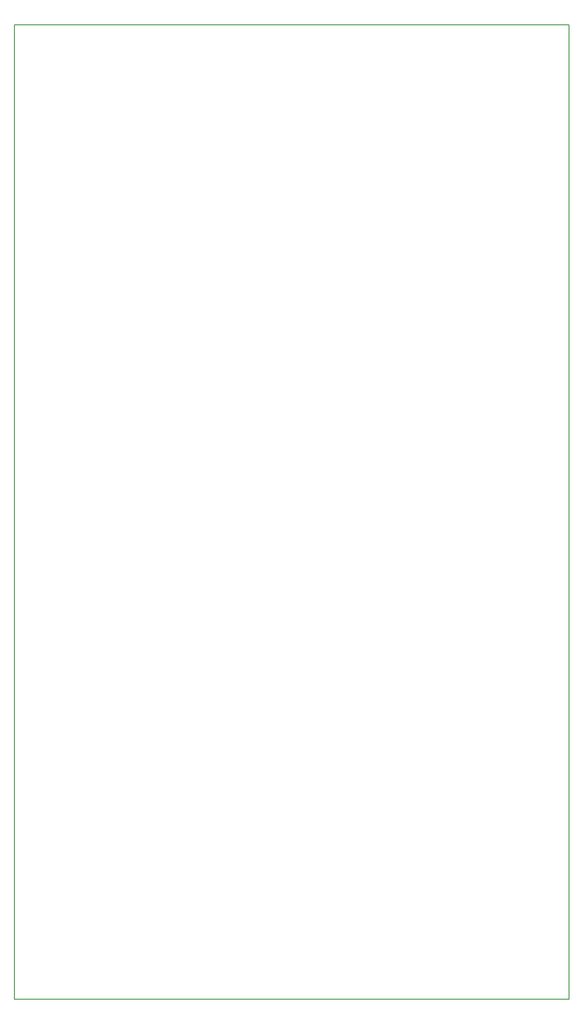
<source format=gbr>
G04 #@! TF.GenerationSoftware,KiCad,Pcbnew,(5.0.0-3-g5ebb6b6)*
G04 #@! TF.CreationDate,2019-07-29T21:46:36+01:00*
G04 #@! TF.ProjectId,DrumMachine-Arduino,4472756D4D616368696E652D41726475,rev?*
G04 #@! TF.SameCoordinates,Original*
G04 #@! TF.FileFunction,Profile,NP*
%FSLAX46Y46*%
G04 Gerber Fmt 4.6, Leading zero omitted, Abs format (unit mm)*
G04 Created by KiCad (PCBNEW (5.0.0-3-g5ebb6b6)) date Monday, 29 July 2019 at 21:46:36*
%MOMM*%
%LPD*%
G01*
G04 APERTURE LIST*
%ADD10C,0.150000*%
G04 APERTURE END LIST*
D10*
X105918000Y-217805000D02*
X105918000Y-34925000D01*
X210058000Y-217805000D02*
X105918000Y-217805000D01*
X210058000Y-34925000D02*
X210058000Y-217805000D01*
X105918000Y-34925000D02*
X210058000Y-34925000D01*
M02*

</source>
